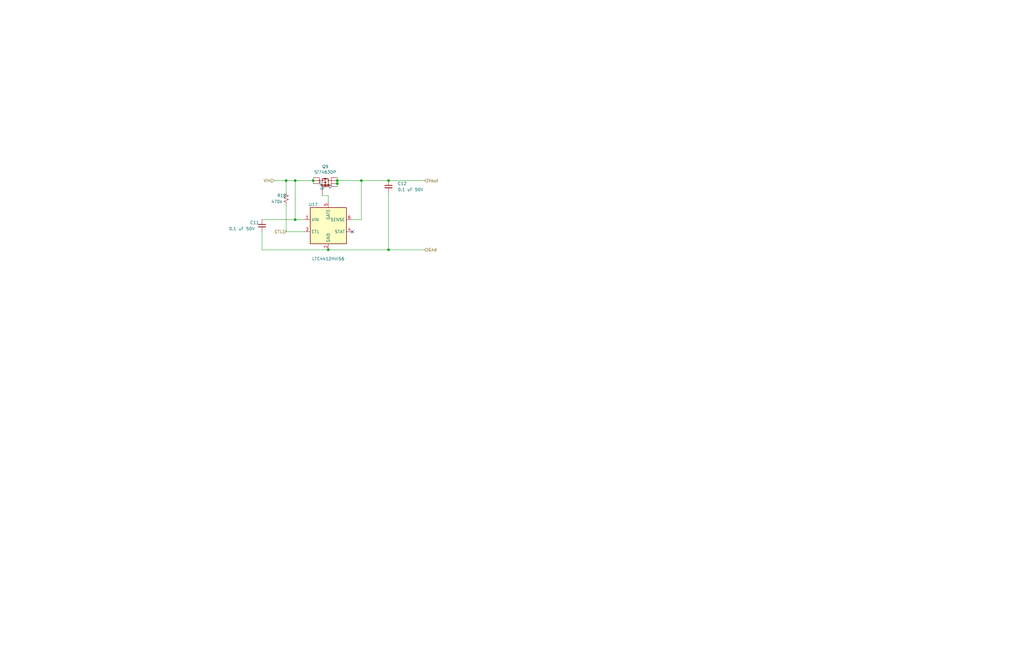
<source format=kicad_sch>
(kicad_sch (version 20211123) (generator eeschema)
  (paper "B")
  (title_block (title "Console-Controller") (date "2022-12-15") (rev "A"))
  (lib_symbols
    (symbol "Device:C_Small" (pin_numbers hide) (pin_names (offset 0.254) hide)
      (property "Reference" "C" (at 0.254 1.778 0))
      (property "Value" "C_Small" (at 0.254 -2.032 0))
      (symbol "C_Small_0_1"
        (polyline (pts (xy -1.524 -0.508) (xy 1.524 -0.508)) (stroke (width 0.3302)))
        (polyline (pts (xy -1.524 0.508) (xy 1.524 0.508)) (stroke (width 0.3048)))
      )
      (symbol "C_Small_1_1"
        (pin passive line (at 0 2.54 270) (length 2.032) (name "~") (number "1"))
        (pin passive line (at 0 -2.54 90) (length 2.032) (name "~") (number "2"))
      )
    )
    (symbol "Device:R_Small_US" (pin_numbers hide) (pin_names (offset 0.254) hide)
      (property "Reference" "R" (at 0.762 0.508 0))
      (property "Value" "R_Small_US" (at 0.762 -1.016 0))
      (symbol "R_Small_US_1_1"
        (polyline (pts (xy 0 0) (xy 1.016 -0.381) (xy 0 -0.762) (xy -1.016 -1.143) (xy 0 -1.524)))
        (polyline (pts (xy 0 1.524) (xy 1.016 1.143) (xy 0 0.762) (xy -1.016 0.381) (xy 0 0)))
        (pin passive line (at 0 2.54 270) (length 1.016) (name "~") (number "1"))
        (pin passive line (at 0 -2.54 90) (length 1.016) (name "~") (number "2"))
      )
    )
    (symbol "Dual-Mag-Camera-Control-rescue:Si7463DP-ProjectDevices" (pin_names (offset 1.016))
      (property "Reference" "Q" (at 2.54 0 0))
      (property "Value" "Si7463DP-ProjectDevices" (at 6.35 3.81 0))
      (symbol "Si7463DP-ProjectDevices_1_1"
        (circle (center 0 -1.27) (radius 0.127))
        (circle (center 0 -1.27) (radius 0.127))
        (circle (center 0 -1.27) (radius 0.127))
        (circle (center 0 -1.27) (radius 0.127))
        (polyline (pts (xy -5.08 1.27) (xy -3.81 1.27)))
        (polyline (pts (xy -2.54 1.27) (xy -3.81 1.27)))
        (polyline (pts (xy -1.905 -1.651) (xy -1.905 -1.016)) (stroke (width 0.508)))
        (polyline (pts (xy -1.905 -1.651) (xy -1.905 -1.016)) (stroke (width 0.508)))
        (polyline (pts (xy -1.905 -0.381) (xy -1.905 0.381)) (stroke (width 0.508)))
        (polyline (pts (xy -1.905 -0.381) (xy -1.905 0.381)) (stroke (width 0.508)))
        (polyline (pts (xy -1.905 1.016) (xy -1.905 1.651)) (stroke (width 0.508)))
        (polyline (pts (xy -1.778 -1.27) (xy 0 -1.27)))
        (polyline (pts (xy -1.778 -1.27) (xy 0 -1.27)))
        (polyline (pts (xy -1.778 -1.27) (xy 0 -1.27)))
        (polyline (pts (xy -1.778 -1.27) (xy 0 -1.27)))
        (polyline (pts (xy -1.778 1.27) (xy 0 1.27)))
        (polyline (pts (xy -1.27 -3.81) (xy -1.27 -2.54)))
        (polyline (pts (xy 0 -3.81) (xy 0 -2.54)))
        (polyline (pts (xy 0 1.27) (xy 0 2.54)))
        (polyline (pts (xy 0 2.54) (xy 0 3.81)))
        (polyline (pts (xy 0.381 0.381) (xy 1.143 0.381)))
        (polyline (pts (xy -2.54 -1.524) (xy -2.54 1.524) (xy -2.54 1.524)) (stroke (width 0.254)))
        (polyline (pts (xy -2.54 -1.524) (xy -2.54 1.524) (xy -2.54 1.524)) (stroke (width 0.254)))
        (polyline (pts (xy -1.778 0) (xy 0 0) (xy 0 1.27)))
        (polyline (pts (xy 0 2.54) (xy -1.27 2.54) (xy -1.27 3.81)))
        (polyline (pts (xy 0 2.54) (xy 1.27 2.54) (xy 1.27 3.81)))
        (polyline (pts (xy 1.27 -3.81) (xy 1.27 -2.54) (xy 0 -2.54)))
        (polyline (pts (xy -2.54 -3.81) (xy -2.54 -2.54) (xy 0 -2.54) (xy 0 -1.27)))
        (polyline (pts (xy -0.254 0) (xy -1.016 -0.381) (xy -1.016 0.381) (xy -0.254 0)) (fill (type outline)))
        (polyline (pts (xy 0 1.27) (xy 0.762 1.27) (xy 0.762 -1.27) (xy 0 -1.27)))
        (polyline (pts (xy 0 1.27) (xy 0.762 1.27) (xy 0.762 -1.27) (xy 0 -1.27)))
        (polyline (pts (xy 0 1.27) (xy 0.762 1.27) (xy 0.762 -1.27) (xy 0 -1.27)))
        (polyline (pts (xy 0 1.27) (xy 0.762 1.27) (xy 0.762 -1.27) (xy 0 -1.27)))
        (polyline (pts (xy 0.762 0.381) (xy 0.381 -0.254) (xy 1.143 -0.254) (xy 0.762 0.381)) (fill (type outline)))
        (circle (center 0 1.27) (radius 0.127))
        (circle (center 0 2.54) (radius 0.127))
        (circle (center 0 2.54) (radius 0.127))
        (circle (center 0 2.54) (radius 0.127))
        (circle (center 0 2.54) (radius 0.127))
        (pin power_out line (at -1.27 5.08 270) (length 1.27) (name "S") (number "1"))
        (pin power_out line (at 0 5.08 270) (length 1.27) (name "S") (number "2"))
        (pin power_out line (at 1.27 5.08 270) (length 1.27) (name "S") (number "3"))
        (pin passive line (at -6.35 1.27 0) (length 1.27) (name "G") (number "4"))
        (pin power_in line (at -2.54 -5.08 90) (length 1.27) (name "D") (number "5"))
        (pin power_in line (at -1.27 -5.08 90) (length 1.27) (name "D") (number "5"))
        (pin power_in line (at 0 -5.08 90) (length 1.27) (name "D") (number "5"))
        (pin power_in line (at 1.27 -5.08 90) (length 1.27) (name "D") (number "5"))
      )
    )
    (symbol "Power_Management:LTC4412xS6"
      (property "Reference" "U" (at -6.35 8.89 0))
      (property "Value" "LTC4412xS6" (at 6.35 8.89 0))
      (symbol "LTC4412xS6_0_1"
        (rectangle (start -7.62 7.62) (end 7.62 -7.62) (stroke (width 0.254)) (fill (type background)))
      )
      (symbol "LTC4412xS6_1_1"
        (pin power_in line (at -10.16 2.54 0) (length 2.54) (name "VIN") (number "1"))
        (pin power_in line (at 0 -10.16 90) (length 2.54) (name "GND") (number "2"))
        (pin input line (at -10.16 -2.54 0) (length 2.54) (name "CTL") (number "3"))
        (pin open_collector line (at 10.16 -2.54 180) (length 2.54) (name "STAT") (number "4"))
        (pin output line (at 0 10.16 270) (length 2.54) (name "GATE") (number "5"))
        (pin input line (at 10.16 2.54 180) (length 2.54) (name "SENSE") (number "6"))
      )
    )
  )
  (junction (at 132.08 76.2))
  (junction (at 142.24 76.2))
  (junction (at 163.83 76.2))
  (junction (at 138.43 105.41))
  (junction (at 124.46 92.71))
  (junction (at 152.4 76.2))
  (junction (at 120.65 76.2))
  (junction (at 142.24 77.47))
  (junction (at 124.46 76.2))
  (junction (at 163.83 105.41))
  (no_connect (at 148.59 97.79))
  (wire (pts (xy 142.24 76.2) (xy 152.4 76.2)))
  (wire (pts (xy 142.24 74.93) (xy 142.24 76.2)))
  (wire (pts (xy 132.08 77.47) (xy 132.08 76.2)))
  (wire (pts (xy 120.65 76.2) (xy 115.57 76.2)))
  (wire (pts (xy 163.83 81.28) (xy 163.83 105.41)))
  (wire (pts (xy 152.4 76.2) (xy 152.4 92.71)))
  (wire (pts (xy 135.89 82.55) (xy 138.43 82.55)))
  (wire (pts (xy 163.83 76.2) (xy 179.07 76.2)))
  (wire (pts (xy 124.46 76.2) (xy 120.65 76.2)))
  (wire (pts (xy 152.4 76.2) (xy 163.83 76.2)))
  (wire (pts (xy 142.24 78.74) (xy 142.24 77.47)))
  (wire (pts (xy 120.65 97.79) (xy 128.27 97.79)))
  (wire (pts (xy 152.4 92.71) (xy 148.59 92.71)))
  (wire (pts (xy 124.46 92.71) (xy 128.27 92.71)))
  (wire (pts (xy 124.46 76.2) (xy 124.46 92.71)))
  (wire (pts (xy 120.65 86.36) (xy 120.65 97.79)))
  (wire (pts (xy 132.08 74.93) (xy 132.08 76.2)))
  (wire (pts (xy 110.49 105.41) (xy 138.43 105.41)))
  (wire (pts (xy 138.43 105.41) (xy 163.83 105.41)))
  (wire (pts (xy 110.49 97.79) (xy 110.49 105.41)))
  (wire (pts (xy 110.49 92.71) (xy 124.46 92.71)))
  (wire (pts (xy 142.24 76.2) (xy 142.24 77.47)))
  (wire (pts (xy 138.43 82.55) (xy 138.43 85.09)))
  (wire (pts (xy 163.83 105.41) (xy 179.07 105.41)))
  (wire (pts (xy 120.65 81.28) (xy 120.65 76.2)))
  (wire (pts (xy 132.08 76.2) (xy 124.46 76.2)))
  (hierarchical_label "Gnd" (shape input) (at 179.07 105.41 0))
  (hierarchical_label "Vout" (shape input) (at 179.07 76.2 0))
  (hierarchical_label "Vin" (shape input) (at 115.57 76.2 180))
  (hierarchical_label "CTL" (shape input) (at 120.65 97.79 180))
  (symbol (lib_id "Power_Management:LTC4412xS6") (at 138.43 95.25 0) (unit 1)
    (property "Reference" "U17" (at 132.08 86.36 0))
    (property "Value" "LTC4412HVIS6" (at 138.43 109.22 0))
    (property "Footprint" "Package_TO_SOT_SMD:TSOT-23-6" (effects hide))
    (property "Datasheet" "https://www.analog.com/media/en/technical-documentation/data-sheets/4412hvfs.pdf" (effects hide))
    (property "Part Number" "LTC4412HVIS6#TRPBF" (effects hide))
    (property "Supplier" "Digikey" (effects hide))
    (property "Link" "https://www.digikey.com/product-detail/en/linear-technology-analog-devices/LTC4412HVIS6-TRPBF/LTC4412HVIS6-TRPBFCT-ND/4694483" (effects hide))
  )
  (symbol (lib_id "Device:C_Small") (at 110.49 95.25 0) (unit 1)
    (property "Reference" "C11" (at 105.41 93.98 0) (effects (justify left)))
    (property "Value" "0.1 uF 50V" (at 96.52 96.52 0) (effects (justify left)))
    (property "Footprint" "Capacitor_SMD:C_0603_1608Metric_Pad1.05x0.95mm_HandSolder" (effects hide))
    (property "Datasheet" "https://api.kemet.com/component-edge/download/datasheet/C0603C104M5RACTU.pdf" (effects hide))
    (property "Part Number" "C0603C104M5RACTU" (effects hide))
    (property "Supplier" "Digikey" (effects hide))
    (property "Link" "https://www.digikey.com/product-detail/en/kemet/C0603C104M5RACTU/399-7845-1-ND/3471568" (effects hide))
  )
  (symbol (lib_id "Device:C_Small") (at 163.83 78.74 0) (unit 1)
    (property "Reference" "C12" (at 167.64 77.47 0) (effects (justify left)))
    (property "Value" "0.1 uF 50V" (at 167.64 80.01 0) (effects (justify left)))
    (property "Footprint" "Capacitor_SMD:C_0603_1608Metric_Pad1.05x0.95mm_HandSolder" (effects hide))
    (property "Datasheet" "https://api.kemet.com/component-edge/download/datasheet/C0603C104M5RACTU.pdf" (effects hide))
    (property "Part Number" "C0603C104M5RACTU" (effects hide))
    (property "Supplier" "Digikey" (effects hide))
    (property "Link" "https://www.digikey.com/product-detail/en/kemet/C0603C104M5RACTU/399-7845-1-ND/3471568" (effects hide))
  )
  (symbol (lib_id "Device:R_Small_US") (at 120.65 83.82 0) (unit 1)
    (property "Reference" "R18" (at 116.84 82.55 0) (effects (justify left)))
    (property "Value" "470k" (at 114.3 85.09 0) (effects (justify left)))
    (property "Footprint" "Resistor_SMD:R_0603_1608Metric_Pad1.05x0.95mm_HandSolder" (effects hide))
    (property "Datasheet" "https://www.te.com/commerce/DocumentDelivery/DDEController?Action=srchrtrv&DocNm=1773200&DocType=DS&DocLang=English" (effects hide))
    (property "Part Number" "CPF0603B470KE1" (effects hide))
    (property "Supplier" "Digikey" (effects hide))
    (property "Link" "https://www.digikey.com/product-detail/en/te-connectivity-passive-product/CPF0603B470KE1/A102278CT-ND/2728653" (effects hide))
  )
  (symbol (lib_id "Dual-Mag-Camera-Control-rescue:Si7463DP-ProjectDevices") (at 137.16 76.2 90) (unit 1)
    (property "Reference" "Q9" (at 137.16 70.3326 90))
    (property "Value" "Si7463DP" (at 137.16 72.644 90))
    (property "Footprint" "Package_SO:PowerPAK_SO-8_Single" (effects hide))
    (property "Datasheet" "https://www.vishay.com/docs/72440/si7463dp.pdf" (effects hide))
    (property "Part Number" "SI7463DP-T1-E3CT-ND" (effects hide))
    (property "Supplier" "Digikey" (effects hide))
    (property "Link" "https://www.digikey.com/en/products/detail/vishay-siliconix/SI7463DP-T1-E3/1656627" (effects hide))
  )
)
</source>
